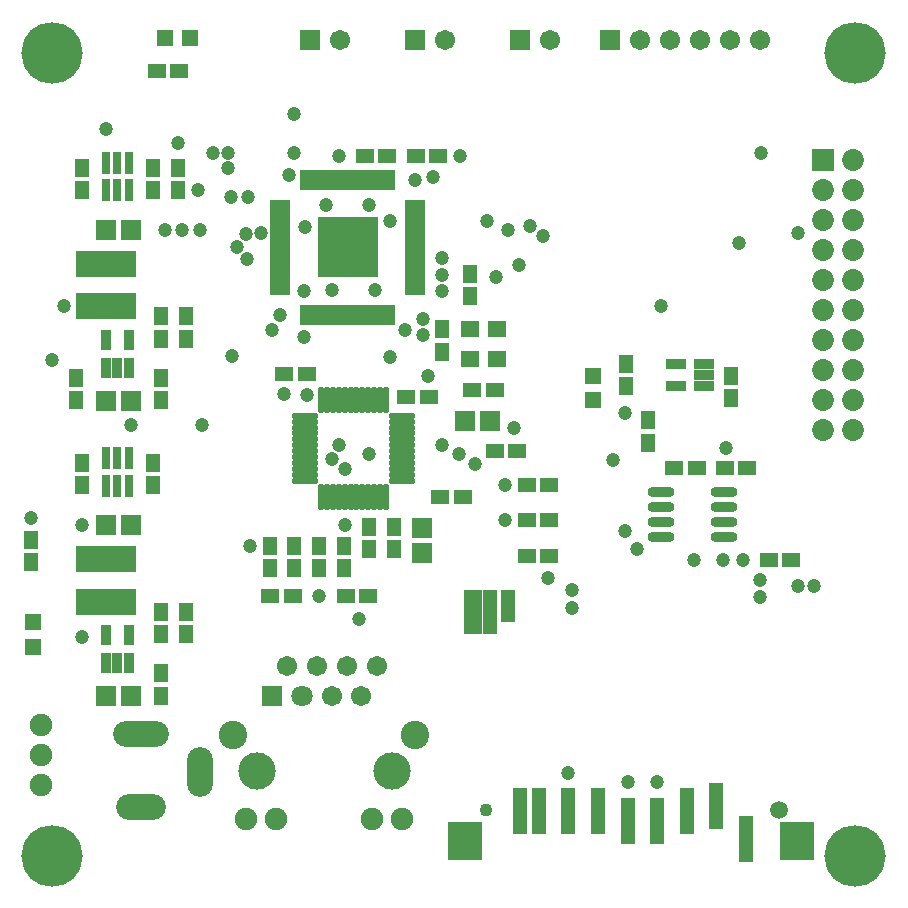
<source format=gts>
%FSLAX44Y44*%
%MOMM*%
G71*
G01*
G75*
G04 Layer_Color=8388736*
%ADD10R,1.0000X1.3000*%
%ADD11R,1.5000X0.6500*%
%ADD12R,1.3000X1.0000*%
%ADD13R,1.5000X1.5000*%
%ADD14R,1.5000X1.5000*%
%ADD15R,1.0000X2.5000*%
%ADD16R,1.0000X3.5000*%
%ADD17R,2.7000X3.0000*%
%ADD18R,1.1000X3.7900*%
%ADD19R,1.4000X3.5000*%
%ADD20O,2.1000X0.3000*%
%ADD21O,0.3000X2.1000*%
%ADD22O,2.1000X0.7000*%
%ADD23R,0.6500X1.5000*%
%ADD24R,0.5500X1.6500*%
%ADD25R,1.3000X1.2500*%
%ADD26C,1.0000*%
%ADD27R,0.3000X1.5000*%
%ADD28R,1.5000X0.3000*%
%ADD29R,5.0000X2.1000*%
%ADD30R,1.2000X1.2000*%
%ADD31R,1.2000X1.2000*%
%ADD32C,0.2000*%
%ADD33C,0.3000*%
%ADD34C,0.5000*%
%ADD35C,0.8000*%
%ADD36C,0.5500*%
%ADD37C,1.0000*%
%ADD38C,1.7000*%
%ADD39C,0.6500*%
%ADD40C,0.2500*%
%ADD41C,5.0000*%
%ADD42C,1.5000*%
%ADD43C,1.5000*%
%ADD44R,1.5000X1.5000*%
%ADD45C,1.6000*%
%ADD46C,2.9500*%
%ADD47C,2.9500*%
%ADD48C,2.2000*%
%ADD49C,1.7000*%
%ADD50C,1.6500*%
%ADD51R,1.6500X1.6500*%
%ADD52C,0.9000*%
%ADD53C,1.3000*%
%ADD54O,2.0000X4.0000*%
%ADD55O,4.0000X2.0000*%
%ADD56O,4.5000X2.0000*%
%ADD57R,5.0000X5.0000*%
%ADD58C,0.7000*%
%ADD59C,0.6000*%
%ADD60C,0.1000*%
%ADD61C,0.2540*%
%ADD62C,0.1800*%
%ADD63C,0.0254*%
%ADD64C,0.1500*%
%ADD65R,1.9000X4.1000*%
%ADD66R,1.2032X1.5032*%
%ADD67R,1.7032X0.8532*%
%ADD68R,1.5032X1.2032*%
%ADD69R,1.7032X1.7032*%
%ADD70R,1.7032X1.7032*%
%ADD71R,1.2032X2.7032*%
%ADD72R,1.2032X3.7032*%
%ADD73R,2.9032X3.2032*%
%ADD74R,1.3032X3.9932*%
%ADD75R,1.6032X3.7032*%
%ADD76O,2.3032X0.5032*%
%ADD77O,0.5032X2.3032*%
%ADD78O,2.3032X0.9032*%
%ADD79R,0.8532X1.7032*%
%ADD80R,0.7532X1.8532*%
%ADD81R,1.5032X1.4532*%
%ADD82C,1.2032*%
%ADD83R,0.5032X1.7032*%
%ADD84R,1.7032X0.5032*%
%ADD85R,5.2032X2.3032*%
%ADD86R,1.4032X1.4032*%
%ADD87R,1.4032X1.4032*%
%ADD88C,5.2032*%
%ADD89C,1.7032*%
%ADD90C,1.7032*%
%ADD91R,1.7032X1.7032*%
%ADD92C,1.8032*%
%ADD93C,3.1532*%
%ADD94C,3.1532*%
%ADD95C,2.4032*%
%ADD96C,1.9032*%
%ADD97C,1.8532*%
%ADD98R,1.8532X1.8532*%
%ADD99C,1.1032*%
%ADD100C,1.5032*%
%ADD101O,2.2032X4.2032*%
%ADD102O,4.2032X2.2032*%
%ADD103O,4.7032X2.2032*%
%ADD104R,5.2032X5.2032*%
D66*
X539000Y403500D02*
D03*
Y384500D02*
D03*
X610000Y441500D02*
D03*
Y422500D02*
D03*
X303000Y313500D02*
D03*
Y294500D02*
D03*
X324000Y313500D02*
D03*
Y294500D02*
D03*
X148000Y491500D02*
D03*
Y472500D02*
D03*
Y241500D02*
D03*
Y222500D02*
D03*
X120000Y598500D02*
D03*
Y617500D02*
D03*
X60000Y598500D02*
D03*
Y617500D02*
D03*
X120000Y348500D02*
D03*
Y367500D02*
D03*
X60000Y348500D02*
D03*
Y367500D02*
D03*
X282000Y297500D02*
D03*
Y278500D02*
D03*
X261000D02*
D03*
Y297500D02*
D03*
X240000D02*
D03*
Y278500D02*
D03*
X219000D02*
D03*
Y297500D02*
D03*
X365000Y480500D02*
D03*
Y461500D02*
D03*
X389000Y508500D02*
D03*
Y527500D02*
D03*
X141000Y598500D02*
D03*
Y617500D02*
D03*
X55000Y420500D02*
D03*
Y439500D02*
D03*
X127000Y491500D02*
D03*
Y472500D02*
D03*
Y241500D02*
D03*
Y222500D02*
D03*
Y439500D02*
D03*
Y420500D02*
D03*
Y189500D02*
D03*
Y170500D02*
D03*
X17000Y283500D02*
D03*
Y302500D02*
D03*
X521000Y432500D02*
D03*
Y451500D02*
D03*
D67*
X587000Y432500D02*
D03*
Y442000D02*
D03*
Y451500D02*
D03*
X563000D02*
D03*
Y432500D02*
D03*
D68*
X363500Y339000D02*
D03*
X382500D02*
D03*
X283500Y255000D02*
D03*
X302500D02*
D03*
X342500Y627000D02*
D03*
X361500D02*
D03*
X334500Y423000D02*
D03*
X353500D02*
D03*
X238500Y255000D02*
D03*
X219500D02*
D03*
X250500Y443000D02*
D03*
X231500D02*
D03*
X390500Y429000D02*
D03*
X409500D02*
D03*
X604500Y363000D02*
D03*
X623500D02*
D03*
X455500Y289000D02*
D03*
X436500D02*
D03*
X455500Y319000D02*
D03*
X436500D02*
D03*
X455500Y349000D02*
D03*
X436500D02*
D03*
X299500Y627000D02*
D03*
X318500D02*
D03*
X580500Y363000D02*
D03*
X561500D02*
D03*
X123500Y699000D02*
D03*
X142500D02*
D03*
X660500Y285000D02*
D03*
X641500D02*
D03*
X428500Y378000D02*
D03*
X409500D02*
D03*
D69*
X348000Y312500D02*
D03*
Y291500D02*
D03*
X253000Y726000D02*
D03*
X342000D02*
D03*
X431200D02*
D03*
X507400D02*
D03*
D70*
X384500Y403000D02*
D03*
X405500D02*
D03*
X80500Y420000D02*
D03*
X101500D02*
D03*
X80500Y565000D02*
D03*
X101500D02*
D03*
X80500Y170000D02*
D03*
X101500D02*
D03*
X80500Y315000D02*
D03*
X101500D02*
D03*
D71*
X420500Y246500D02*
D03*
D72*
X405500Y241500D02*
D03*
D73*
X665500Y47500D02*
D03*
X384500D02*
D03*
D74*
X572000Y72450D02*
D03*
X597000Y77450D02*
D03*
X547000Y64450D02*
D03*
X522000D02*
D03*
X497000Y72450D02*
D03*
X472000D02*
D03*
X447000D02*
D03*
X430750D02*
D03*
X622000Y49450D02*
D03*
D75*
X391500Y241500D02*
D03*
D76*
X249000Y407500D02*
D03*
Y402500D02*
D03*
Y397500D02*
D03*
Y392500D02*
D03*
Y387500D02*
D03*
Y382500D02*
D03*
Y377500D02*
D03*
Y372500D02*
D03*
Y367500D02*
D03*
Y362500D02*
D03*
Y357500D02*
D03*
Y352500D02*
D03*
X331000D02*
D03*
Y357500D02*
D03*
Y362500D02*
D03*
Y367500D02*
D03*
Y372500D02*
D03*
Y377500D02*
D03*
Y382500D02*
D03*
Y387500D02*
D03*
Y392500D02*
D03*
Y397500D02*
D03*
Y402500D02*
D03*
Y407500D02*
D03*
D77*
X262500Y339000D02*
D03*
X267500D02*
D03*
X272500D02*
D03*
X277500D02*
D03*
X282500D02*
D03*
X287500D02*
D03*
X292500D02*
D03*
X297500D02*
D03*
X302500D02*
D03*
X307500D02*
D03*
X312500D02*
D03*
X317500D02*
D03*
Y421000D02*
D03*
X312500D02*
D03*
X307500D02*
D03*
X302500D02*
D03*
X297500D02*
D03*
X292500D02*
D03*
X287500D02*
D03*
X282500D02*
D03*
X277500D02*
D03*
X272500D02*
D03*
X267500D02*
D03*
X262500D02*
D03*
D78*
X550500Y343050D02*
D03*
Y330350D02*
D03*
Y317650D02*
D03*
Y304950D02*
D03*
X603500Y343050D02*
D03*
Y330350D02*
D03*
Y317650D02*
D03*
Y304950D02*
D03*
D79*
X80500Y472000D02*
D03*
X99500D02*
D03*
Y448000D02*
D03*
X90000D02*
D03*
X80500D02*
D03*
Y222000D02*
D03*
X99500D02*
D03*
Y198000D02*
D03*
X90000D02*
D03*
X80500D02*
D03*
D80*
X99500Y598250D02*
D03*
X80500D02*
D03*
Y621750D02*
D03*
X90000D02*
D03*
X99500D02*
D03*
X90000Y598250D02*
D03*
X99500Y348250D02*
D03*
X80500D02*
D03*
Y371750D02*
D03*
X90000D02*
D03*
X99500D02*
D03*
X90000Y348250D02*
D03*
D81*
X411250Y455300D02*
D03*
X388750D02*
D03*
X411250Y480700D02*
D03*
X388750D02*
D03*
D82*
X228000Y493000D02*
D03*
X342000Y607000D02*
D03*
X680000Y263000D02*
D03*
X666000D02*
D03*
X634000Y254000D02*
D03*
Y268000D02*
D03*
X349000Y476000D02*
D03*
Y489000D02*
D03*
X450000Y560000D02*
D03*
X439000Y568000D02*
D03*
X550000Y500000D02*
D03*
X80500Y650000D02*
D03*
X17000Y321000D02*
D03*
X295000Y235000D02*
D03*
X530000Y295000D02*
D03*
X411000Y525000D02*
D03*
X455000Y270000D02*
D03*
X430000Y535000D02*
D03*
X547000Y97000D02*
D03*
X472000Y105000D02*
D03*
X522000Y97000D02*
D03*
X141000Y638000D02*
D03*
X365000Y541000D02*
D03*
X283000Y362000D02*
D03*
X353000Y441000D02*
D03*
X60000Y315000D02*
D03*
X520000Y410000D02*
D03*
X620000Y285000D02*
D03*
X200000Y540000D02*
D03*
X603000Y285000D02*
D03*
X578000D02*
D03*
X520000Y310000D02*
D03*
X510000Y370000D02*
D03*
X334000Y480000D02*
D03*
X393000Y367000D02*
D03*
X248000Y474000D02*
D03*
X321000Y457000D02*
D03*
X186000Y593000D02*
D03*
X201000D02*
D03*
X379000Y375000D02*
D03*
X365000Y383000D02*
D03*
X303000Y375000D02*
D03*
X418000Y319000D02*
D03*
Y349000D02*
D03*
X101500Y400000D02*
D03*
X282500Y315000D02*
D03*
X202000Y297500D02*
D03*
X261000Y255000D02*
D03*
X221000Y480000D02*
D03*
X277500Y627000D02*
D03*
X666000Y562000D02*
D03*
X212000D02*
D03*
X380000Y627000D02*
D03*
X357000Y610000D02*
D03*
X250500Y425000D02*
D03*
X231500Y426000D02*
D03*
X248000Y513000D02*
D03*
X272000Y514000D02*
D03*
X308000D02*
D03*
X365000Y527000D02*
D03*
X303000Y586000D02*
D03*
X635000Y630000D02*
D03*
X267000Y586000D02*
D03*
X321000Y572000D02*
D03*
X240000Y630000D02*
D03*
X249000Y567000D02*
D03*
X365000Y513000D02*
D03*
X158000Y599000D02*
D03*
X605000Y380000D02*
D03*
X616000Y554000D02*
D03*
X35000Y455000D02*
D03*
X45000Y500000D02*
D03*
X130000Y565000D02*
D03*
X145000D02*
D03*
X160000D02*
D03*
X426000Y397000D02*
D03*
X475000Y260000D02*
D03*
Y245000D02*
D03*
X403000Y572000D02*
D03*
X421000Y565000D02*
D03*
X60000Y220000D02*
D03*
X162000Y400000D02*
D03*
X272000Y371000D02*
D03*
X278000Y383000D02*
D03*
X199000Y561000D02*
D03*
X191000Y550000D02*
D03*
X240000Y663000D02*
D03*
X235000Y611000D02*
D03*
X171000Y630000D02*
D03*
X184000D02*
D03*
Y617000D02*
D03*
X187000Y458000D02*
D03*
D83*
X322500Y493000D02*
D03*
X317500D02*
D03*
X312500D02*
D03*
X307500D02*
D03*
X302500D02*
D03*
X297500D02*
D03*
X292500D02*
D03*
X287500D02*
D03*
X282500D02*
D03*
X277500D02*
D03*
X272500D02*
D03*
X267500D02*
D03*
X262500D02*
D03*
X257500D02*
D03*
X252500D02*
D03*
X247500D02*
D03*
Y607000D02*
D03*
X252500D02*
D03*
X257500D02*
D03*
X262500D02*
D03*
X267500D02*
D03*
X272500D02*
D03*
X277500D02*
D03*
X282500D02*
D03*
X287500D02*
D03*
X292500D02*
D03*
X297500D02*
D03*
X302500D02*
D03*
X307500D02*
D03*
X312500D02*
D03*
X317500D02*
D03*
X322500D02*
D03*
D84*
X228000Y512500D02*
D03*
Y517500D02*
D03*
Y522500D02*
D03*
Y527500D02*
D03*
Y532500D02*
D03*
Y537500D02*
D03*
Y542500D02*
D03*
Y547500D02*
D03*
Y552500D02*
D03*
Y557500D02*
D03*
Y562500D02*
D03*
Y567500D02*
D03*
Y572500D02*
D03*
Y577500D02*
D03*
Y582500D02*
D03*
Y587500D02*
D03*
X342000D02*
D03*
Y582500D02*
D03*
Y577500D02*
D03*
Y572500D02*
D03*
Y567500D02*
D03*
Y562500D02*
D03*
Y557500D02*
D03*
Y552500D02*
D03*
Y547500D02*
D03*
Y542500D02*
D03*
Y537500D02*
D03*
Y532500D02*
D03*
Y527500D02*
D03*
Y522500D02*
D03*
Y517500D02*
D03*
Y512500D02*
D03*
D85*
X80500Y500000D02*
D03*
Y536000D02*
D03*
Y250000D02*
D03*
Y286000D02*
D03*
D86*
X493000Y420500D02*
D03*
Y441500D02*
D03*
X19000Y211500D02*
D03*
Y232500D02*
D03*
D87*
X151500Y727000D02*
D03*
X130500D02*
D03*
D88*
X715000Y715000D02*
D03*
Y35000D02*
D03*
X35000Y715000D02*
D03*
Y35000D02*
D03*
D89*
X309450Y195570D02*
D03*
X296680Y170160D02*
D03*
X284050Y195570D02*
D03*
X258650D02*
D03*
X271350Y170170D02*
D03*
X122500Y138000D02*
D03*
X97500D02*
D03*
D90*
X233250Y195570D02*
D03*
X278400Y726000D02*
D03*
X367400D02*
D03*
X456600D02*
D03*
X160000Y96000D02*
D03*
Y116000D02*
D03*
X100000Y76000D02*
D03*
X120000D02*
D03*
X634400Y726000D02*
D03*
X609000D02*
D03*
X583600D02*
D03*
X558200D02*
D03*
X532800D02*
D03*
D91*
X220550Y170170D02*
D03*
D92*
X245950D02*
D03*
D93*
X207850Y106670D02*
D03*
D94*
X322150Y106670D02*
D03*
D95*
X187550Y137170D02*
D03*
X342450D02*
D03*
D96*
X198700Y66070D02*
D03*
X224100Y66110D02*
D03*
X305900Y66070D02*
D03*
X331300D02*
D03*
X25000Y94600D02*
D03*
Y120000D02*
D03*
Y145400D02*
D03*
D97*
X712700Y395700D02*
D03*
X687300D02*
D03*
X712700Y421100D02*
D03*
X687300D02*
D03*
X712700Y446500D02*
D03*
X687300D02*
D03*
X712700Y471900D02*
D03*
X687300D02*
D03*
X712700Y497300D02*
D03*
X687300D02*
D03*
X712700Y522700D02*
D03*
X687300D02*
D03*
X712700Y548100D02*
D03*
X687300D02*
D03*
X712700Y573500D02*
D03*
X687300D02*
D03*
X712700Y598900D02*
D03*
X687300D02*
D03*
X712700Y624300D02*
D03*
D98*
X687300D02*
D03*
D99*
X402000Y74000D02*
D03*
D100*
X650000D02*
D03*
D101*
X160000Y106000D02*
D03*
D102*
X110000Y76000D02*
D03*
D103*
Y138000D02*
D03*
D104*
X285000Y550000D02*
D03*
M02*

</source>
